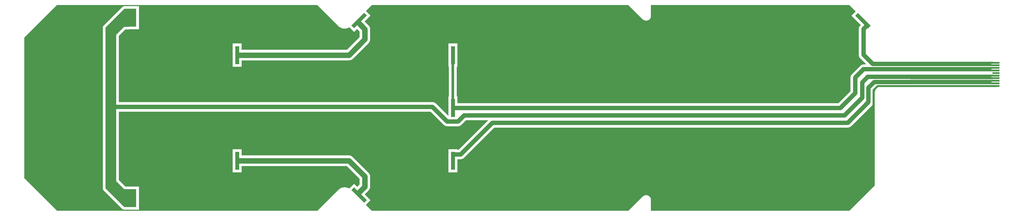
<source format=gtl>
G04 Layer_Physical_Order=1*
G04 Layer_Color=255*
%FSLAX44Y44*%
%MOMM*%
G71*
G01*
G75*
%ADD10R,2.7000X0.7100*%
%ADD11R,1.5000X7.0000*%
G04:AMPARAMS|DCode=12|XSize=7mm|YSize=1.5mm|CornerRadius=0mm|HoleSize=0mm|Usage=FLASHONLY|Rotation=315.000|XOffset=0mm|YOffset=0mm|HoleType=Round|Shape=Rectangle|*
%AMROTATEDRECTD12*
4,1,4,-3.0052,1.9445,-1.9445,3.0052,3.0052,-1.9445,1.9445,-3.0052,-3.0052,1.9445,0.0*
%
%ADD12ROTATEDRECTD12*%

%ADD13R,3.0000X7.0000*%
G04:AMPARAMS|DCode=14|XSize=7mm|YSize=1.5mm|CornerRadius=0mm|HoleSize=0mm|Usage=FLASHONLY|Rotation=225.000|XOffset=0mm|YOffset=0mm|HoleType=Round|Shape=Rectangle|*
%AMROTATEDRECTD14*
4,1,4,1.9445,3.0052,3.0052,1.9445,-1.9445,-3.0052,-3.0052,-1.9445,1.9445,3.0052,0.0*
%
%ADD14ROTATEDRECTD14*%

%ADD15C,0.7500*%
%ADD16C,1.7000*%
%ADD17C,1.0000*%
%ADD18C,2.1000*%
G36*
X3761400Y535815D02*
X3760502Y534917D01*
X3756117Y534917D01*
X3755900Y534700D01*
X3755900Y533736D01*
X3755900Y532091D01*
X3756075Y531917D01*
X3761400D01*
Y524917D01*
X3442900D01*
Y541917D01*
X3761400D01*
Y535815D01*
D02*
G37*
G36*
Y515815D02*
X3760502Y514917D01*
X3756117Y514917D01*
X3755900Y514700D01*
X3755900Y513736D01*
X3755900Y512091D01*
X3756075Y511917D01*
X3761400D01*
Y504917D01*
X3442900D01*
Y521917D01*
X3761400D01*
Y515815D01*
D02*
G37*
G36*
X420000Y797000D02*
Y728000D01*
X400800D01*
X370000Y697200D01*
X370000Y128800D01*
X400800Y98000D01*
X419095D01*
X419987Y97096D01*
X419000Y28000D01*
X400800D01*
X327900Y100900D01*
X327900Y725100D01*
X400800Y798000D01*
X419586D01*
X420000Y797000D01*
D02*
G37*
G36*
X3230917Y787556D02*
X3214206Y770845D01*
X3250231Y734820D01*
X3247555Y732145D01*
X3245244Y729328D01*
X3243525Y726114D01*
X3242468Y722627D01*
X3242111Y719000D01*
Y619600D01*
X3242468Y615973D01*
X3243525Y612486D01*
X3245244Y609272D01*
X3247555Y606455D01*
X3270847Y583163D01*
X3270362Y581990D01*
X3261300D01*
X3257673Y581632D01*
X3254186Y580574D01*
X3250972Y578857D01*
X3248155Y576545D01*
X3215955Y544345D01*
X3213643Y541528D01*
X3211925Y538314D01*
X3210868Y534827D01*
X3210511Y531200D01*
Y478000D01*
X3163500Y430989D01*
X1690000D01*
Y458000D01*
X1686973D01*
Y573000D01*
X1690000D01*
Y663000D01*
X1655000D01*
Y573000D01*
X1656827D01*
Y458000D01*
X1655000D01*
Y383349D01*
X1653827Y382863D01*
X1606545Y430145D01*
X1603728Y432457D01*
X1600514Y434174D01*
X1597027Y435232D01*
X1593400Y435589D01*
X380984D01*
X380086Y436488D01*
Y693022D01*
X404978Y717914D01*
X420000D01*
X420655Y718000D01*
X457500D01*
Y808000D01*
X420241D01*
X419586Y808086D01*
X400800D01*
X400800Y808086D01*
X398190Y807743D01*
X395757Y806735D01*
X393668Y805132D01*
X320768Y732232D01*
X319165Y730143D01*
X318158Y727711D01*
X317814Y725100D01*
X317814Y100900D01*
X318157Y98289D01*
X319165Y95857D01*
X320768Y93768D01*
X320768Y93768D01*
X393668Y20868D01*
X395757Y19265D01*
X398190Y18257D01*
X400800Y17914D01*
X419000D01*
X419655Y18000D01*
X457500D01*
Y108000D01*
X419787D01*
X419168Y108086D01*
X419132Y108082D01*
X419095Y108086D01*
X404978D01*
X380086Y132978D01*
Y398410D01*
X1585700D01*
X1636955Y347155D01*
X1639772Y344843D01*
X1642986Y343125D01*
X1646473Y342068D01*
X1650100Y341711D01*
X1691900D01*
X1695527Y342068D01*
X1699014Y343125D01*
X1702228Y344843D01*
X1705045Y347155D01*
X1723600Y365710D01*
X1807262D01*
X1807748Y364537D01*
X1694300Y251089D01*
X1690000D01*
Y253000D01*
X1655000D01*
Y163000D01*
X1690000D01*
Y213911D01*
X1702000D01*
X1705627Y214268D01*
X1709114Y215326D01*
X1712328Y217043D01*
X1715145Y219355D01*
X1832700Y336911D01*
X3200100D01*
X3203727Y337268D01*
X3207214Y338326D01*
X3210428Y340043D01*
X3213245Y342355D01*
X3293145Y422255D01*
X3295457Y425072D01*
X3297174Y428286D01*
X3298232Y431773D01*
X3298589Y435400D01*
Y483400D01*
X3310100Y494911D01*
X3312902D01*
X3313800Y494012D01*
Y491918D01*
X3310609Y488182D01*
X3307854Y483686D01*
X3305836Y478814D01*
X3304605Y473687D01*
X3304211Y468674D01*
X3304179Y468430D01*
Y111706D01*
X3206089Y13616D01*
X2438411D01*
Y55929D01*
X2438304Y56743D01*
X2438027Y59556D01*
X2436969Y63043D01*
X2435251Y66257D01*
X2432939Y69074D01*
X2430123Y71386D01*
X2426909Y73103D01*
X2423421Y74161D01*
X2419795Y74518D01*
X2416168Y74161D01*
X2412681Y73103D01*
X2409467Y71386D01*
X2407282Y69593D01*
X2406631Y69093D01*
X2351155Y13616D01*
X1358934D01*
X1335345Y37206D01*
X1353294Y55155D01*
X1330890Y77558D01*
X1345966Y92634D01*
X1348528Y95756D01*
X1350431Y99317D01*
X1351603Y103181D01*
X1351999Y107200D01*
Y146900D01*
X1351603Y150919D01*
X1350431Y154783D01*
X1348528Y158344D01*
X1345966Y161466D01*
X1284866Y222566D01*
X1281744Y225128D01*
X1278183Y227031D01*
X1274319Y228203D01*
X1270300Y228599D01*
X855000D01*
Y253000D01*
X820000D01*
Y163000D01*
X855000D01*
Y187401D01*
X1261768D01*
X1310801Y138368D01*
Y115732D01*
X1301759Y106690D01*
X1289655Y118794D01*
X1271010Y100149D01*
X1268550Y101657D01*
X1263678Y103675D01*
X1258551Y104906D01*
X1253294Y105319D01*
X1248037Y104906D01*
X1242910Y103675D01*
X1238038Y101657D01*
X1233542Y98902D01*
X1229719Y95636D01*
X1229524Y95486D01*
X1147654Y13616D01*
X140784D01*
X14410Y139991D01*
Y686010D01*
X140784Y812384D01*
X1147654D01*
X1229524Y730514D01*
X1229719Y730365D01*
X1233542Y727099D01*
X1238038Y724344D01*
X1242910Y722326D01*
X1248037Y721095D01*
X1253294Y720681D01*
X1258551Y721095D01*
X1263678Y722326D01*
X1268550Y724344D01*
X1271382Y726079D01*
X1289655Y707806D01*
X1301459Y719610D01*
X1310801Y710267D01*
Y687633D01*
X1261768Y638599D01*
X855000D01*
Y663000D01*
X820000D01*
Y573000D01*
X855000D01*
Y597401D01*
X1270300D01*
X1274319Y597797D01*
X1278183Y598969D01*
X1281744Y600872D01*
X1284866Y603434D01*
X1345966Y664534D01*
X1348528Y667656D01*
X1350431Y671217D01*
X1351603Y675081D01*
X1351999Y679100D01*
Y718800D01*
X1351603Y722819D01*
X1350431Y726683D01*
X1348528Y730244D01*
X1345966Y733366D01*
X1330590Y748742D01*
X1353294Y771445D01*
X1335645Y789095D01*
X1358934Y812384D01*
X2351155D01*
X2406631Y756908D01*
X2407282Y756408D01*
X2409467Y754615D01*
X2412681Y752897D01*
X2416168Y751839D01*
X2419795Y751482D01*
X2423421Y751839D01*
X2426909Y752897D01*
X2430123Y754615D01*
X2432939Y756927D01*
X2435251Y759744D01*
X2436969Y762958D01*
X2438027Y766445D01*
X2438304Y769257D01*
X2438411Y770071D01*
Y812384D01*
X3206089D01*
X3230917Y787556D01*
D02*
G37*
G36*
X3761400Y585815D02*
X3760502Y584917D01*
X3756117Y584917D01*
X3755900Y584700D01*
X3755900Y583736D01*
X3755900Y582091D01*
X3756075Y581917D01*
X3761400D01*
Y574917D01*
X3442900D01*
Y591917D01*
X3761400D01*
Y585815D01*
D02*
G37*
G36*
Y565815D02*
X3760502Y564917D01*
X3756117Y564917D01*
X3755900Y564700D01*
X3755900Y563736D01*
X3755900Y562091D01*
X3756075Y561917D01*
X3761400D01*
Y554917D01*
X3442900D01*
Y571917D01*
X3761400D01*
Y565815D01*
D02*
G37*
D10*
X3773600Y538400D02*
D03*
Y548400D02*
D03*
Y518400D02*
D03*
Y528400D02*
D03*
Y498400D02*
D03*
Y508400D02*
D03*
Y568400D02*
D03*
Y558400D02*
D03*
Y588400D02*
D03*
Y578400D02*
D03*
D11*
X837500Y618000D02*
D03*
Y208000D02*
D03*
X1672500Y618000D02*
D03*
Y413000D02*
D03*
Y208000D02*
D03*
D12*
X3258400Y751400D02*
D03*
X1309100Y74600D02*
D03*
D13*
X432500Y763000D02*
D03*
Y63000D02*
D03*
D14*
X1309100Y752000D02*
D03*
D15*
X3299200Y419900D02*
Y482300D01*
X3315300Y498400D01*
X3773600D01*
D16*
X3302400Y513500D02*
X3452200D01*
X3280000Y491100D02*
X3302400Y513500D01*
X3280000Y435400D02*
Y491100D01*
X3277000Y533400D02*
X3461900D01*
X3255800Y512200D02*
X3277000Y533400D01*
X3255800Y452900D02*
Y512200D01*
X3229100Y531200D02*
X3261300Y563400D01*
X3229100Y470300D02*
Y531200D01*
X3261300Y563400D02*
X3455400D01*
X3296900Y583400D02*
X3464200Y583400D01*
X3260700Y619600D02*
X3296900Y583400D01*
X3260700Y619600D02*
Y719000D01*
X3200100Y355500D02*
X3280000Y435400D01*
X3187200Y384300D02*
X3255800Y452900D01*
X3171200Y412400D02*
X3229100Y470300D01*
X3260700Y719000D02*
X3273200Y731500D01*
X350000Y417000D02*
X1593400D01*
X1650100Y360300D01*
X1691900D01*
X1715900Y384300D01*
X1675500Y232500D02*
X1702000D01*
X1825000Y355500D01*
X3200100D01*
X1715900Y384300D02*
X3187200D01*
X1676600Y412400D02*
X3171200D01*
D17*
X1671900Y410600D02*
Y619900D01*
D18*
X843600Y208000D02*
X1270300D01*
X1331400Y146900D01*
Y107200D02*
Y146900D01*
X1308250Y84050D02*
X1331400Y107200D01*
X1308250Y83150D02*
Y84050D01*
Y741950D02*
X1331400Y718800D01*
Y679100D02*
Y718800D01*
X1270300Y618000D02*
X1331400Y679100D01*
X843600Y618000D02*
X1270300D01*
M02*

</source>
